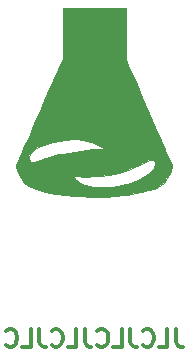
<source format=gbr>
%TF.GenerationSoftware,KiCad,Pcbnew,(5.1.10)-1*%
%TF.CreationDate,2022-02-27T18:22:25-05:00*%
%TF.ProjectId,chunair_core,6368756e-6169-4725-9f63-6f72652e6b69,rev?*%
%TF.SameCoordinates,Original*%
%TF.FileFunction,Legend,Bot*%
%TF.FilePolarity,Positive*%
%FSLAX46Y46*%
G04 Gerber Fmt 4.6, Leading zero omitted, Abs format (unit mm)*
G04 Created by KiCad (PCBNEW (5.1.10)-1) date 2022-02-27 18:22:25*
%MOMM*%
%LPD*%
G01*
G04 APERTURE LIST*
%ADD10C,0.300000*%
%ADD11C,0.010000*%
G04 APERTURE END LIST*
D10*
X156928571Y-88178571D02*
X156928571Y-89250000D01*
X157000000Y-89464285D01*
X157142857Y-89607142D01*
X157357142Y-89678571D01*
X157500000Y-89678571D01*
X155500000Y-89678571D02*
X156214285Y-89678571D01*
X156214285Y-88178571D01*
X154142857Y-89535714D02*
X154214285Y-89607142D01*
X154428571Y-89678571D01*
X154571428Y-89678571D01*
X154785714Y-89607142D01*
X154928571Y-89464285D01*
X155000000Y-89321428D01*
X155071428Y-89035714D01*
X155071428Y-88821428D01*
X155000000Y-88535714D01*
X154928571Y-88392857D01*
X154785714Y-88250000D01*
X154571428Y-88178571D01*
X154428571Y-88178571D01*
X154214285Y-88250000D01*
X154142857Y-88321428D01*
X153071428Y-88178571D02*
X153071428Y-89250000D01*
X153142857Y-89464285D01*
X153285714Y-89607142D01*
X153500000Y-89678571D01*
X153642857Y-89678571D01*
X151642857Y-89678571D02*
X152357142Y-89678571D01*
X152357142Y-88178571D01*
X150285714Y-89535714D02*
X150357142Y-89607142D01*
X150571428Y-89678571D01*
X150714285Y-89678571D01*
X150928571Y-89607142D01*
X151071428Y-89464285D01*
X151142857Y-89321428D01*
X151214285Y-89035714D01*
X151214285Y-88821428D01*
X151142857Y-88535714D01*
X151071428Y-88392857D01*
X150928571Y-88250000D01*
X150714285Y-88178571D01*
X150571428Y-88178571D01*
X150357142Y-88250000D01*
X150285714Y-88321428D01*
X149214285Y-88178571D02*
X149214285Y-89250000D01*
X149285714Y-89464285D01*
X149428571Y-89607142D01*
X149642857Y-89678571D01*
X149785714Y-89678571D01*
X147785714Y-89678571D02*
X148500000Y-89678571D01*
X148500000Y-88178571D01*
X146428571Y-89535714D02*
X146500000Y-89607142D01*
X146714285Y-89678571D01*
X146857142Y-89678571D01*
X147071428Y-89607142D01*
X147214285Y-89464285D01*
X147285714Y-89321428D01*
X147357142Y-89035714D01*
X147357142Y-88821428D01*
X147285714Y-88535714D01*
X147214285Y-88392857D01*
X147071428Y-88250000D01*
X146857142Y-88178571D01*
X146714285Y-88178571D01*
X146500000Y-88250000D01*
X146428571Y-88321428D01*
X145357142Y-88178571D02*
X145357142Y-89250000D01*
X145428571Y-89464285D01*
X145571428Y-89607142D01*
X145785714Y-89678571D01*
X145928571Y-89678571D01*
X143928571Y-89678571D02*
X144642857Y-89678571D01*
X144642857Y-88178571D01*
X142571428Y-89535714D02*
X142642857Y-89607142D01*
X142857142Y-89678571D01*
X143000000Y-89678571D01*
X143214285Y-89607142D01*
X143357142Y-89464285D01*
X143428571Y-89321428D01*
X143500000Y-89035714D01*
X143500000Y-88821428D01*
X143428571Y-88535714D01*
X143357142Y-88392857D01*
X143214285Y-88250000D01*
X143000000Y-88178571D01*
X142857142Y-88178571D01*
X142642857Y-88250000D01*
X142571428Y-88321428D01*
D11*
%TO.C,G\u002A\u002A\u002A*%
G36*
X147333000Y-65309189D02*
G01*
X146629146Y-66916469D01*
X146445717Y-67335823D01*
X146221836Y-67848449D01*
X145967626Y-68431127D01*
X145693208Y-69060632D01*
X145408706Y-69713742D01*
X145124241Y-70367235D01*
X144849936Y-70997888D01*
X144779901Y-71159000D01*
X144539082Y-71712606D01*
X144309816Y-72238788D01*
X144097901Y-72724298D01*
X143909137Y-73155889D01*
X143749321Y-73520313D01*
X143624254Y-73804324D01*
X143539735Y-73994672D01*
X143507119Y-74066556D01*
X143379729Y-74338862D01*
X143517320Y-74757994D01*
X143674592Y-75143885D01*
X143877398Y-75503739D01*
X144104362Y-75804884D01*
X144334106Y-76014652D01*
X144343972Y-76021290D01*
X144649762Y-76182898D01*
X145066767Y-76340787D01*
X145579204Y-76490799D01*
X146171286Y-76628773D01*
X146827232Y-76750550D01*
X147464481Y-76843549D01*
X147747770Y-76872369D01*
X148120883Y-76899421D01*
X148558901Y-76923922D01*
X149036903Y-76945090D01*
X149529968Y-76962144D01*
X150013176Y-76974302D01*
X150461605Y-76980780D01*
X150850336Y-76980798D01*
X151154447Y-76973573D01*
X151301750Y-76963973D01*
X151471545Y-76947333D01*
X151728350Y-76922114D01*
X152032791Y-76892185D01*
X152254250Y-76870396D01*
X152862627Y-76796578D01*
X153465982Y-76697466D01*
X154043585Y-76578235D01*
X154574706Y-76444060D01*
X155038615Y-76300113D01*
X155414582Y-76151571D01*
X155656029Y-76021290D01*
X155885139Y-75816568D01*
X156112517Y-75519169D01*
X156316699Y-75161873D01*
X156476221Y-74777461D01*
X156482158Y-74759587D01*
X156619225Y-74342049D01*
X156489470Y-74068149D01*
X156486019Y-74060582D01*
X155184020Y-74060582D01*
X155178745Y-74290956D01*
X155062475Y-74544741D01*
X154846177Y-74809925D01*
X154540816Y-75074499D01*
X154157359Y-75326452D01*
X153905250Y-75461198D01*
X153140066Y-75781387D01*
X152330031Y-76013154D01*
X151501960Y-76152436D01*
X150682666Y-76195169D01*
X149898966Y-76137289D01*
X149682500Y-76101165D01*
X149164533Y-75946956D01*
X148693122Y-75697220D01*
X148413351Y-75477785D01*
X148271257Y-75338277D01*
X148182421Y-75234646D01*
X148165583Y-75194750D01*
X148239217Y-75190041D01*
X148388822Y-75212615D01*
X148446033Y-75224994D01*
X148691974Y-75260168D01*
X149033462Y-75278523D01*
X149440174Y-75280107D01*
X149881781Y-75264968D01*
X150327958Y-75233155D01*
X150444500Y-75221793D01*
X151292041Y-75105055D01*
X152080322Y-74931594D01*
X152850285Y-74689640D01*
X153642874Y-74367419D01*
X154011356Y-74196208D01*
X154394691Y-74019043D01*
X154683243Y-73904880D01*
X154891522Y-73852040D01*
X155034039Y-73858846D01*
X155125307Y-73923619D01*
X155179837Y-74044680D01*
X155184020Y-74060582D01*
X156486019Y-74060582D01*
X156431225Y-73940470D01*
X156330110Y-73713655D01*
X156193777Y-73405086D01*
X156029879Y-73032144D01*
X155974336Y-72905250D01*
X150908127Y-72905250D01*
X150279439Y-72947362D01*
X149874066Y-72981476D01*
X149400249Y-73032643D01*
X148885664Y-73096831D01*
X148357989Y-73170009D01*
X147844901Y-73248143D01*
X147374078Y-73327202D01*
X146973196Y-73403155D01*
X146669933Y-73471968D01*
X146659453Y-73474719D01*
X146312800Y-73574921D01*
X145924307Y-73700205D01*
X145569092Y-73826156D01*
X145516453Y-73846251D01*
X145199276Y-73965175D01*
X144974750Y-74036596D01*
X144819132Y-74063817D01*
X144708679Y-74050142D01*
X144619646Y-73998873D01*
X144591626Y-73974908D01*
X144499166Y-73814433D01*
X144482186Y-73602014D01*
X144541669Y-73388562D01*
X144579102Y-73325346D01*
X144795840Y-73103702D01*
X145119177Y-72890154D01*
X145528727Y-72690863D01*
X146004104Y-72511989D01*
X146524922Y-72359692D01*
X147070795Y-72240132D01*
X147621337Y-72159470D01*
X148156161Y-72123866D01*
X148533633Y-72130374D01*
X148977193Y-72171752D01*
X149368587Y-72246558D01*
X149752755Y-72367293D01*
X150174634Y-72546457D01*
X150374689Y-72642536D01*
X150908127Y-72905250D01*
X155974336Y-72905250D01*
X155846068Y-72612212D01*
X155649997Y-72162673D01*
X155600091Y-72048000D01*
X155098746Y-70895529D01*
X154647903Y-69859231D01*
X154247432Y-68938808D01*
X153897204Y-68133963D01*
X153597089Y-67444397D01*
X153346957Y-66869812D01*
X153146678Y-66409911D01*
X152996124Y-66064396D01*
X152895163Y-65832968D01*
X152883403Y-65806049D01*
X152667000Y-65310848D01*
X152667000Y-60999000D01*
X147333000Y-60999000D01*
X147333000Y-65309189D01*
G37*
X147333000Y-65309189D02*
X146629146Y-66916469D01*
X146445717Y-67335823D01*
X146221836Y-67848449D01*
X145967626Y-68431127D01*
X145693208Y-69060632D01*
X145408706Y-69713742D01*
X145124241Y-70367235D01*
X144849936Y-70997888D01*
X144779901Y-71159000D01*
X144539082Y-71712606D01*
X144309816Y-72238788D01*
X144097901Y-72724298D01*
X143909137Y-73155889D01*
X143749321Y-73520313D01*
X143624254Y-73804324D01*
X143539735Y-73994672D01*
X143507119Y-74066556D01*
X143379729Y-74338862D01*
X143517320Y-74757994D01*
X143674592Y-75143885D01*
X143877398Y-75503739D01*
X144104362Y-75804884D01*
X144334106Y-76014652D01*
X144343972Y-76021290D01*
X144649762Y-76182898D01*
X145066767Y-76340787D01*
X145579204Y-76490799D01*
X146171286Y-76628773D01*
X146827232Y-76750550D01*
X147464481Y-76843549D01*
X147747770Y-76872369D01*
X148120883Y-76899421D01*
X148558901Y-76923922D01*
X149036903Y-76945090D01*
X149529968Y-76962144D01*
X150013176Y-76974302D01*
X150461605Y-76980780D01*
X150850336Y-76980798D01*
X151154447Y-76973573D01*
X151301750Y-76963973D01*
X151471545Y-76947333D01*
X151728350Y-76922114D01*
X152032791Y-76892185D01*
X152254250Y-76870396D01*
X152862627Y-76796578D01*
X153465982Y-76697466D01*
X154043585Y-76578235D01*
X154574706Y-76444060D01*
X155038615Y-76300113D01*
X155414582Y-76151571D01*
X155656029Y-76021290D01*
X155885139Y-75816568D01*
X156112517Y-75519169D01*
X156316699Y-75161873D01*
X156476221Y-74777461D01*
X156482158Y-74759587D01*
X156619225Y-74342049D01*
X156489470Y-74068149D01*
X156486019Y-74060582D01*
X155184020Y-74060582D01*
X155178745Y-74290956D01*
X155062475Y-74544741D01*
X154846177Y-74809925D01*
X154540816Y-75074499D01*
X154157359Y-75326452D01*
X153905250Y-75461198D01*
X153140066Y-75781387D01*
X152330031Y-76013154D01*
X151501960Y-76152436D01*
X150682666Y-76195169D01*
X149898966Y-76137289D01*
X149682500Y-76101165D01*
X149164533Y-75946956D01*
X148693122Y-75697220D01*
X148413351Y-75477785D01*
X148271257Y-75338277D01*
X148182421Y-75234646D01*
X148165583Y-75194750D01*
X148239217Y-75190041D01*
X148388822Y-75212615D01*
X148446033Y-75224994D01*
X148691974Y-75260168D01*
X149033462Y-75278523D01*
X149440174Y-75280107D01*
X149881781Y-75264968D01*
X150327958Y-75233155D01*
X150444500Y-75221793D01*
X151292041Y-75105055D01*
X152080322Y-74931594D01*
X152850285Y-74689640D01*
X153642874Y-74367419D01*
X154011356Y-74196208D01*
X154394691Y-74019043D01*
X154683243Y-73904880D01*
X154891522Y-73852040D01*
X155034039Y-73858846D01*
X155125307Y-73923619D01*
X155179837Y-74044680D01*
X155184020Y-74060582D01*
X156486019Y-74060582D01*
X156431225Y-73940470D01*
X156330110Y-73713655D01*
X156193777Y-73405086D01*
X156029879Y-73032144D01*
X155974336Y-72905250D01*
X150908127Y-72905250D01*
X150279439Y-72947362D01*
X149874066Y-72981476D01*
X149400249Y-73032643D01*
X148885664Y-73096831D01*
X148357989Y-73170009D01*
X147844901Y-73248143D01*
X147374078Y-73327202D01*
X146973196Y-73403155D01*
X146669933Y-73471968D01*
X146659453Y-73474719D01*
X146312800Y-73574921D01*
X145924307Y-73700205D01*
X145569092Y-73826156D01*
X145516453Y-73846251D01*
X145199276Y-73965175D01*
X144974750Y-74036596D01*
X144819132Y-74063817D01*
X144708679Y-74050142D01*
X144619646Y-73998873D01*
X144591626Y-73974908D01*
X144499166Y-73814433D01*
X144482186Y-73602014D01*
X144541669Y-73388562D01*
X144579102Y-73325346D01*
X144795840Y-73103702D01*
X145119177Y-72890154D01*
X145528727Y-72690863D01*
X146004104Y-72511989D01*
X146524922Y-72359692D01*
X147070795Y-72240132D01*
X147621337Y-72159470D01*
X148156161Y-72123866D01*
X148533633Y-72130374D01*
X148977193Y-72171752D01*
X149368587Y-72246558D01*
X149752755Y-72367293D01*
X150174634Y-72546457D01*
X150374689Y-72642536D01*
X150908127Y-72905250D01*
X155974336Y-72905250D01*
X155846068Y-72612212D01*
X155649997Y-72162673D01*
X155600091Y-72048000D01*
X155098746Y-70895529D01*
X154647903Y-69859231D01*
X154247432Y-68938808D01*
X153897204Y-68133963D01*
X153597089Y-67444397D01*
X153346957Y-66869812D01*
X153146678Y-66409911D01*
X152996124Y-66064396D01*
X152895163Y-65832968D01*
X152883403Y-65806049D01*
X152667000Y-65310848D01*
X152667000Y-60999000D01*
X147333000Y-60999000D01*
X147333000Y-65309189D01*
%TD*%
M02*

</source>
